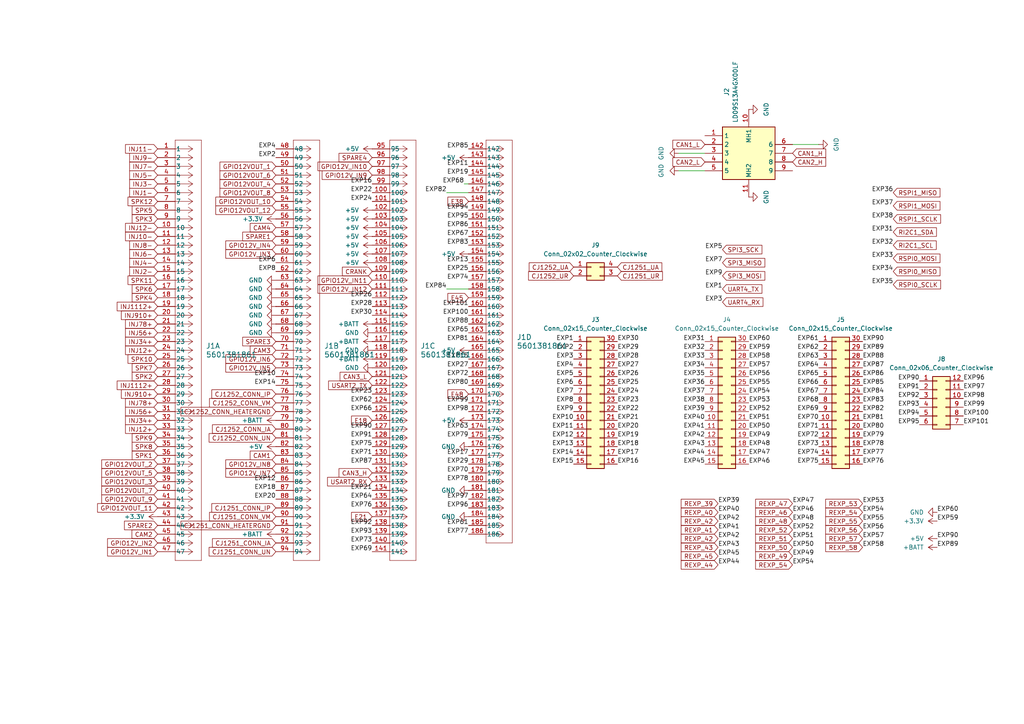
<source format=kicad_sch>
(kicad_sch (version 20250114) (generator "eeschema") (generator_version "9.0")
  (paper "A4")
  (lib_symbols
    (symbol "Connector_Generic:Conn_02x02_Counter_Clockwise" (pin_names (offset 1.016) (hide yes))
      (property "Reference" "J" (at 1.27 2.54 0))
      (property "Value" "Conn_02x02_Counter_Clockwise" (at 1.27 -5.08 0))
      (symbol "Conn_02x02_Counter_Clockwise_1_1"
        (pin passive line (at -5.08 0 0) (length 3.81) (name "Pin_1") (number "1"))
        (pin passive line (at -5.08 -2.54 0) (length 3.81) (name "Pin_2") (number "2"))
        (pin passive line (at 7.62 0 180) (length 3.81) (name "Pin_4") (number "4"))
        (pin passive line (at 7.62 -2.54 180) (length 3.81) (name "Pin_3") (number "3"))
      )
    )
    (symbol "Connector_Generic:Conn_02x06_Counter_Clockwise" (pin_names (offset 1.016) (hide yes))
      (property "Reference" "J" (at 1.27 7.62 0))
      (property "Value" "Conn_02x06_Counter_Clockwise" (at 1.27 -10.16 0))
      (symbol "Conn_02x06_Counter_Clockwise_1_1"
        (pin passive line (at -5.08 5.08 0) (length 3.81) (name "Pin_1") (number "1"))
        (pin passive line (at -5.08 2.54 0) (length 3.81) (name "Pin_2") (number "2"))
        (pin passive line (at -5.08 0 0) (length 3.81) (name "Pin_3") (number "3"))
        (pin passive line (at -5.08 -2.54 0) (length 3.81) (name "Pin_4") (number "4"))
        (pin passive line (at -5.08 -5.08 0) (length 3.81) (name "Pin_5") (number "5"))
        (pin passive line (at -5.08 -7.62 0) (length 3.81) (name "Pin_6") (number "6"))
        (pin passive line (at 7.62 5.08 180) (length 3.81) (name "Pin_12") (number "12"))
        (pin passive line (at 7.62 2.54 180) (length 3.81) (name "Pin_11") (number "11"))
        (pin passive line (at 7.62 0 180) (length 3.81) (name "Pin_10") (number "10"))
        (pin passive line (at 7.62 -2.54 180) (length 3.81) (name "Pin_9") (number "9"))
        (pin passive line (at 7.62 -5.08 180) (length 3.81) (name "Pin_8") (number "8"))
        (pin passive line (at 7.62 -7.62 180) (length 3.81) (name "Pin_7") (number "7"))
      )
    )
    (symbol "Connector_Generic:Conn_02x15_Counter_Clockwise" (pin_names (offset 1.016) (hide yes))
      (property "Reference" "J" (at 1.27 20.32 0))
      (property "Value" "Conn_02x15_Counter_Clockwise" (at 1.27 -20.32 0))
      (symbol "Conn_02x15_Counter_Clockwise_1_1"
        (pin passive line (at -5.08 17.78 0) (length 3.81) (name "Pin_1") (number "1"))
        (pin passive line (at -5.08 15.24 0) (length 3.81) (name "Pin_2") (number "2"))
        (pin passive line (at -5.08 12.7 0) (length 3.81) (name "Pin_3") (number "3"))
        (pin passive line (at -5.08 10.16 0) (length 3.81) (name "Pin_4") (number "4"))
        (pin passive line (at -5.08 7.62 0) (length 3.81) (name "Pin_5") (number "5"))
        (pin passive line (at -5.08 5.08 0) (length 3.81) (name "Pin_6") (number "6"))
        (pin passive line (at -5.08 2.54 0) (length 3.81) (name "Pin_7") (number "7"))
        (pin passive line (at -5.08 0 0) (length 3.81) (name "Pin_8") (number "8"))
        (pin passive line (at -5.08 -2.54 0) (length 3.81) (name "Pin_9") (number "9"))
        (pin passive line (at -5.08 -5.08 0) (length 3.81) (name "Pin_10") (number "10"))
        (pin passive line (at -5.08 -7.62 0) (length 3.81) (name "Pin_11") (number "11"))
        (pin passive line (at -5.08 -10.16 0) (length 3.81) (name "Pin_12") (number "12"))
        (pin passive line (at -5.08 -12.7 0) (length 3.81) (name "Pin_13") (number "13"))
        (pin passive line (at -5.08 -15.24 0) (length 3.81) (name "Pin_14") (number "14"))
        (pin passive line (at -5.08 -17.78 0) (length 3.81) (name "Pin_15") (number "15"))
        (pin passive line (at 7.62 17.78 180) (length 3.81) (name "Pin_30") (number "30"))
        (pin passive line (at 7.62 15.24 180) (length 3.81) (name "Pin_29") (number "29"))
        (pin passive line (at 7.62 12.7 180) (length 3.81) (name "Pin_28") (number "28"))
        (pin passive line (at 7.62 10.16 180) (length 3.81) (name "Pin_27") (number "27"))
        (pin passive line (at 7.62 7.62 180) (length 3.81) (name "Pin_26") (number "26"))
        (pin passive line (at 7.62 5.08 180) (length 3.81) (name "Pin_25") (number "25"))
        (pin passive line (at 7.62 2.54 180) (length 3.81) (name "Pin_24") (number "24"))
        (pin passive line (at 7.62 0 180) (length 3.81) (name "Pin_23") (number "23"))
        (pin passive line (at 7.62 -2.54 180) (length 3.81) (name "Pin_22") (number "22"))
        (pin passive line (at 7.62 -5.08 180) (length 3.81) (name "Pin_21") (number "21"))
        (pin passive line (at 7.62 -7.62 180) (length 3.81) (name "Pin_20") (number "20"))
        (pin passive line (at 7.62 -10.16 180) (length 3.81) (name "Pin_19") (number "19"))
        (pin passive line (at 7.62 -12.7 180) (length 3.81) (name "Pin_18") (number "18"))
        (pin passive line (at 7.62 -15.24 180) (length 3.81) (name "Pin_17") (number "17"))
        (pin passive line (at 7.62 -17.78 180) (length 3.81) (name "Pin_16") (number "16"))
      )
    )
    (symbol "iota:5601381861" (pin_names (offset 0.254))
      (property "Reference" "J" (at 8.89 6.35 0))
      (property "Value" "5601381861" (at 0 0 0))
      (symbol "5601381861_1_1"
        (pin unspecified line (at 0 0 0) (length 5.08) (name "1") (number "1"))
        (pin unspecified line (at 0 -2.54 0) (length 5.08) (name "2") (number "2"))
        (pin unspecified line (at 0 -5.08 0) (length 5.08) (name "3") (number "3"))
        (pin unspecified line (at 0 -7.62 0) (length 5.08) (name "4") (number "4"))
        (pin unspecified line (at 0 -10.16 0) (length 5.08) (name "5") (number "5"))
        (pin unspecified line (at 0 -12.7 0) (length 5.08) (name "6") (number "6"))
        (pin unspecified line (at 0 -15.24 0) (length 5.08) (name "7") (number "7"))
        (pin unspecified line (at 0 -17.78 0) (length 5.08) (name "8") (number "8"))
        (pin unspecified line (at 0 -20.32 0) (length 5.08) (name "9") (number "9"))
        (pin unspecified line (at 0 -22.86 0) (length 5.08) (name "10") (number "10"))
        (pin unspecified line (at 0 -25.4 0) (length 5.08) (name "11") (number "11"))
        (pin unspecified line (at 0 -27.94 0) (length 5.08) (name "12") (number "12"))
        (pin unspecified line (at 0 -30.48 0) (length 5.08) (name "13") (number "13"))
        (pin unspecified line (at 0 -33.02 0) (length 5.08) (name "14") (number "14"))
        (pin unspecified line (at 0 -35.56 0) (length 5.08) (name "15") (number "15"))
        (pin unspecified line (at 0 -38.1 0) (length 5.08) (name "16") (number "16"))
        (pin unspecified line (at 0 -40.64 0) (length 5.08) (name "17") (number "17"))
        (pin unspecified line (at 0 -43.18 0) (length 5.08) (name "18") (number "18"))
        (pin unspecified line (at 0 -45.72 0) (length 5.08) (name "19") (number "19"))
        (pin unspecified line (at 0 -48.26 0) (length 5.08) (name "20") (number "20"))
        (pin unspecified line (at 0 -50.8 0) (length 5.08) (name "21") (number "21"))
        (pin unspecified line (at 0 -53.34 0) (length 5.08) (name "22") (number "22"))
        (pin unspecified line (at 0 -55.88 0) (length 5.08) (name "23") (number "23"))
        (pin unspecified line (at 0 -58.42 0) (length 5.08) (name "24") (number "24"))
        (pin unspecified line (at 0 -60.96 0) (length 5.08) (name "25") (number "25"))
        (pin unspecified line (at 0 -63.5 0) (length 5.08) (name "26") (number "26"))
        (pin unspecified line (at 0 -66.04 0) (length 5.08) (name "27") (number "27"))
        (pin unspecified line (at 0 -68.58 0) (length 5.08) (name "28") (number "28"))
        (pin unspecified line (at 0 -71.12 0) (length 5.08) (name "29") (number "29"))
        (pin unspecified line (at 0 -73.66 0) (length 5.08) (name "30") (number "30"))
        (pin unspecified line (at 0 -76.2 0) (length 5.08) (name "31") (number "31"))
        (pin unspecified line (at 0 -78.74 0) (length 5.08) (name "32") (number "32"))
        (pin unspecified line (at 0 -81.28 0) (length 5.08) (name "33") (number "33"))
        (pin unspecified line (at 0 -83.82 0) (length 5.08) (name "34") (number "34"))
        (pin unspecified line (at 0 -86.36 0) (length 5.08) (name "35") (number "35"))
        (pin unspecified line (at 0 -88.9 0) (length 5.08) (name "36") (number "36"))
        (pin unspecified line (at 0 -91.44 0) (length 5.08) (name "37") (number "37"))
        (pin unspecified line (at 0 -93.98 0) (length 5.08) (name "38") (number "38"))
        (pin unspecified line (at 0 -96.52 0) (length 5.08) (name "39") (number "39"))
        (pin unspecified line (at 0 -99.06 0) (length 5.08) (name "40") (number "40"))
        (pin unspecified line (at 0 -101.6 0) (length 5.08) (name "41") (number "41"))
        (pin unspecified line (at 0 -104.14 0) (length 5.08) (name "42") (number "42"))
        (pin unspecified line (at 0 -106.68 0) (length 5.08) (name "43") (number "43"))
        (pin unspecified line (at 0 -109.22 0) (length 5.08) (name "44") (number "44"))
        (pin unspecified line (at 0 -111.76 0) (length 5.08) (name "45") (number "45"))
        (pin unspecified line (at 0 -114.3 0) (length 5.08) (name "46") (number "46"))
        (pin unspecified line (at 0 -116.84 0) (length 5.08) (name "47") (number "47"))
      )
      (symbol "5601381861_1_2"
        (pin unspecified line (at 0 0 0) (length 5.08) (name "1") (number "1"))
        (pin unspecified line (at 0 -2.54 0) (length 5.08) (name "2") (number "2"))
        (pin unspecified line (at 0 -5.08 0) (length 5.08) (name "3") (number "3"))
        (pin unspecified line (at 0 -7.62 0) (length 5.08) (name "4") (number "4"))
        (pin unspecified line (at 0 -10.16 0) (length 5.08) (name "5") (number "5"))
        (pin unspecified line (at 0 -12.7 0) (length 5.08) (name "6") (number "6"))
        (pin unspecified line (at 0 -15.24 0) (length 5.08) (name "7") (number "7"))
        (pin unspecified line (at 0 -17.78 0) (length 5.08) (name "8") (number "8"))
        (pin unspecified line (at 0 -20.32 0) (length 5.08) (name "9") (number "9"))
        (pin unspecified line (at 0 -22.86 0) (length 5.08) (name "10") (number "10"))
        (pin unspecified line (at 0 -25.4 0) (length 5.08) (name "11") (number "11"))
        (pin unspecified line (at 0 -27.94 0) (length 5.08) (name "12") (number "12"))
        (pin unspecified line (at 0 -30.48 0) (length 5.08) (name "13") (number "13"))
        (pin unspecified line (at 0 -33.02 0) (length 5.08) (name "14") (number "14"))
        (pin unspecified line (at 0 -35.56 0) (length 5.08) (name "15") (number "15"))
        (pin unspecified line (at 0 -38.1 0) (length 5.08) (name "16") (number "16"))
        (pin unspecified line (at 0 -40.64 0) (length 5.08) (name "17") (number "17"))
        (pin unspecified line (at 0 -43.18 0) (length 5.08) (name "18") (number "18"))
        (pin unspecified line (at 0 -45.72 0) (length 5.08) (name "19") (number "19"))
        (pin unspecified line (at 0 -48.26 0) (length 5.08) (name "20") (number "20"))
        (pin unspecified line (at 0 -50.8 0) (length 5.08) (name "21") (number "21"))
        (pin unspecified line (at 0 -53.34 0) (length 5.08) (name "22") (number "22"))
        (pin unspecified line (at 0 -55.88 0) (length 5.08) (name "23") (number "23"))
        (pin unspecified line (at 0 -58.42 0) (length 5.08) (name "24") (number "24"))
        (pin unspecified line (at 0 -60.96 0) (length 5.08) (name "25") (number "25"))
        (pin unspecified line (at 0 -63.5 0) (length 5.08) (name "26") (number "26"))
        (pin unspecified line (at 0 -66.04 0) (length 5.08) (name "27") (number "27"))
        (pin unspecified line (at 0 -68.58 0) (length 5.08) (name "28") (number "28"))
        (pin unspecified line (at 0 -71.12 0) (length 5.08) (name "29") (number "29"))
        (pin unspecified line (at 0 -73.66 0) (length 5.08) (name "30") (number "30"))
        (pin unspecified line (at 0 -76.2 0) (length 5.08) (name "31") (number "31"))
        (pin unspecified line (at 0 -78.74 0) (length 5.08) (name "32") (number "32"))
        (pin unspecified line (at 0 -81.28 0) (length 5.08) (name "33") (number "33"))
        (pin unspecified line (at 0 -83.82 0) (length 5.08) (name "34") (number "34"))
        (pin unspecified line (at 0 -86.36 0) (length 5.08) (name "35") (number "35"))
        (pin unspecified line (at 0 -88.9 0) (length 5.08) (name "36") (number "36"))
        (pin unspecified line (at 0 -91.44 0) (length 5.08) (name "37") (number "37"))
        (pin unspecified line (at 0 -93.98 0) (length 5.08) (name "38") (number "38"))
        (pin unspecified line (at 0 -96.52 0) (length 5.08) (name "39") (number "39"))
        (pin unspecified line (at 0 -99.06 0) (length 5.08) (name "40") (number "40"))
        (pin unspecified line (at 0 -101.6 0) (length 5.08) (name "41") (number "41"))
        (pin unspecified line (at 0 -104.14 0) (length 5.08) (name "42") (number "42"))
        (pin unspecified line (at 0 -106.68 0) (length 5.08) (name "43") (number "43"))
        (pin unspecified line (at 0 -109.22 0) (length 5.08) (name "44") (number "44"))
        (pin unspecified line (at 0 -111.76 0) (length 5.08) (name "45") (number "45"))
        (pin unspecified line (at 0 -114.3 0) (length 5.08) (name "46") (number "46"))
        (pin unspecified line (at 0 -116.84 0) (length 5.08) (name "47") (number "47"))
      )
      (symbol "5601381861_2_1"
        (pin unspecified line (at 0 0 0) (length 5.08) (name "48") (number "48"))
        (pin unspecified line (at 0 -2.54 0) (length 5.08) (name "49") (number "49"))
        (pin unspecified line (at 0 -5.08 0) (length 5.08) (name "50") (number "50"))
        (pin unspecified line (at 0 -7.62 0) (length 5.08) (name "51") (number "51"))
        (pin unspecified line (at 0 -10.16 0) (length 5.08) (name "52") (number "52"))
        (pin unspecified line (at 0 -12.7 0) (length 5.08) (name "53") (number "53"))
        (pin unspecified line (at 0 -15.24 0) (length 5.08) (name "54") (number "54"))
        (pin unspecified line (at 0 -17.78 0) (length 5.08) (name "55") (number "55"))
        (pin unspecified line (at 0 -20.32 0) (length 5.08) (name "56") (number "56"))
        (pin unspecified line (at 0 -22.86 0) (length 5.08) (name "57") (number "57"))
        (pin unspecified line (at 0 -25.4 0) (length 5.08) (name "58") (number "58"))
        (pin unspecified line (at 0 -27.94 0) (length 5.08) (name "59") (number "59"))
        (pin unspecified line (at 0 -30.48 0) (length 5.08) (name "60") (number "60"))
        (pin unspecified line (at 0 -33.02 0) (length 5.08) (name "61") (number "61"))
        (pin unspecified line (at 0 -35.56 0) (length 5.08) (name "62") (number "62"))
        (pin unspecified line (at 0 -38.1 0) (length 5.08) (name "63") (number "63"))
        (pin unspecified line (at 0 -40.64 0) (length 5.08) (name "64") (number "64"))
        (pin unspecified line (at 0 -43.18 0) (length 5.08) (name "65") (number "65"))
        (pin unspecified line (at 0 -45.72 0) (length 5.08) (name "66") (number "66"))
        (pin unspecified line (at 0 -48.26 0) (length 5.08) (name "67") (number "67"))
        (pin unspecified line (at 0 -50.8 0) (length 5.08) (name "68") (number "68"))
        (pin unspecified line (at 0 -53.34 0) (length 5.08) (name "69") (number "69"))
        (pin unspecified line (at 0 -55.88 0) (length 5.08) (name "70") (number "70"))
        (pin unspecified line (at 0 -58.42 0) (length 5.08) (name "71") (number "71"))
        (pin unspecified line (at 0 -60.96 0) (length 5.08) (name "72") (number "72"))
        (pin unspecified line (at 0 -63.5 0) (length 5.08) (name "73") (number "73"))
        (pin unspecified line (at 0 -66.04 0) (length 5.08) (name "74") (number "74"))
        (pin unspecified line (at 0 -68.58 0) (length 5.08) (name "75") (number "75"))
        (pin unspecified line (at 0 -71.12 0) (length 5.08) (name "76") (number "76"))
        (pin unspecified line (at 0 -73.66 0) (length 5.08) (name "77") (number "77"))
        (pin unspecified line (at 0 -76.2 0) (length 5.08) (name "78") (number "78"))
        (pin unspecified line (at 0 -78.74 0) (length 5.08) (name "79") (number "79"))
        (pin unspecified line (at 0 -81.28 0) (length 5.08) (name "80") (number "80"))
        (pin unspecified line (at 0 -83.82 0) (length 5.08) (name "81") (number "81"))
        (pin unspecified line (at 0 -86.36 0) (length 5.08) (name "82") (number "82"))
        (pin unspecified line (at 0 -88.9 0) (length 5.08) (name "83") (number "83"))
        (pin unspecified line (at 0 -91.44 0) (length 5.08) (name "84") (number "84"))
        (pin unspecified line (at 0 -93.98 0) (length 5.08) (name "85") (number "85"))
        (pin unspecified line (at 0 -96.52 0) (length 5.08) (name "86") (number "86"))
        (pin unspecified line (at 0 -99.06 0) (length 5.08) (name "87") (number "87"))
        (pin unspecified line (at 0 -101.6 0) (length 5.08) (name "88") (number "88"))
        (pin unspecified line (at 0 -104.14 0) (length 5.08) (name "89") (number "89"))
        (pin unspecified line (at 0 -106.68 0) (length 5.08) (name "90") (number "90"))
        (pin unspecified line (at 0 -109.22 0) (length 5.08) (name "91") (number "91"))
        (pin unspecified line (at 0 -111.76 0) (length 5.08) (name "92") (number "92"))
        (pin unspecified line (at 0 -114.3 0) (length 5.08) (name "93") (number "93"))
        (pin unspecified line (at 0 -116.84 0) (length 5.08) (name "94") (number "94"))
      )
      (symbol "5601381861_2_2"
        (pin unspecified line (at 0 0 0) (length 5.08) (name "48") (number "48"))
        (pin unspecified line (at 0 -2.54 0) (length 5.08) (name "49") (number "49"))
        (pin unspecified line (at 0 -5.08 0) (length 5.08) (name "50") (number "50"))
        (pin unspecified line (at 0 -7.62 0) (length 5.08) (name "51") (number "51"))
        (pin unspecified line (at 0 -10.16 0) (length 5.08) (name "52") (number "52"))
        (pin unspecified line (at 0 -12.7 0) (length 5.08) (name "53") (number "53"))
        (pin unspecified line (at 0 -15.24 0) (length 5.08) (name "54") (number "54"))
        (pin unspecified line (at 0 -17.78 0) (length 5.08) (name "55") (number "55"))
        (pin unspecified line (at 0 -20.32 0) (length 5.08) (name "56") (number "56"))
        (pin unspecified line (at 0 -22.86 0) (length 5.08) (name "57") (number "57"))
        (pin unspecified line (at 0 -25.4 0) (length 5.08) (name "58") (number "58"))
        (pin unspecified line (at 0 -27.94 0) (length 5.08) (name "59") (number "59"))
        (pin unspecified line (at 0 -30.48 0) (length 5.08) (name "60") (number "60"))
        (pin unspecified line (at 0 -33.02 0) (length 5.08) (name "61") (number "61"))
        (pin unspecified line (at 0 -35.56 0) (length 5.08) (name "62") (number "62"))
        (pin unspecified line (at 0 -38.1 0) (length 5.08) (name "63") (number "63"))
        (pin unspecified line (at 0 -40.64 0) (length 5.08) (name "64") (number "64"))
        (pin unspecified line (at 0 -43.18 0) (length 5.08) (name "65") (number "65"))
        (pin unspecified line (at 0 -45.72 0) (length 5.08) (name "66") (number "66"))
        (pin unspecified line (at 0 -48.26 0) (length 5.08) (name "67") (number "67"))
        (pin unspecified line (at 0 -50.8 0) (length 5.08) (name "68") (number "68"))
        (pin unspecified line (at 0 -53.34 0) (length 5.08) (name "69") (number "69"))
        (pin unspecified line (at 0 -55.88 0) (length 5.08) (name "70") (number "70"))
        (pin unspecified line (at 0 -58.42 0) (length 5.08) (name "71") (number "71"))
        (pin unspecified line (at 0 -60.96 0) (length 5.08) (name "72") (number "72"))
        (pin unspecified line (at 0 -63.5 0) (length 5.08) (name "73") (number "73"))
        (pin unspecified line (at 0 -66.04 0) (length 5.08) (name "74") (number "74"))
        (pin unspecified line (at 0 -68.58 0) (length 5.08) (name "75") (number "75"))
        (pin unspecified line (at 0 -71.12 0) (length 5.08) (name "76") (number "76"))
        (pin unspecified line (at 0 -73.66 0) (length 5.08) (name "77") (number "77"))
        (pin unspecified line (at 0 -76.2 0) (length 5.08) (name "78") (number "78"))
        (pin unspecified line (at 0 -78.74 0) (length 5.08) (name "79") (number "79"))
        (pin unspecified line (at 0 -81.28 0) (length 5.08) (name "80") (number "80"))
        (pin unspecified line (at 0 -83.82 0) (length 5.08) (name "81") (number "81"))
        (pin unspecified line (at 0 -86.36 0) (length 5.08) (name "82") (number "82"))
        (pin unspecified line (at 0 -88.9 0) (length 5.08) (name "83") (number "83"))
        (pin unspecified line (at 0 -91.44 0) (length 5.08) (name "84") (number "84"))
        (pin unspecified line (at 0 -93.98 0) (length 5.08) (name "85") (number "85"))
        (pin unspecified line (at 0 -96.52 0) (length 5.08) (name "86") (number "86"))
        (pin unspecified line (at 0 -99.06 0) (length 5.08) (name "87") (number "87"))
        (pin unspecified line (at 0 -101.6 0) (length 5.08) (name "88") (number "88"))
        (pin unspecified line (at 0 -104.14 0) (length 5.08) (name "89") (number "89"))
        (pin unspecified line (at 0 -106.68 0) (length 5.08) (name "90") (number "90"))
        (pin unspecified line (at 0 -109.22 0) (length 5.08) (name "91") (number "91"))
        (pin unspecified line (at 0 -111.76 0) (length 5.08) (name "92") (number "92"))
        (pin unspecified line (at 0 -114.3 0) (length 5.08) (name "93") (number "93"))
        (pin unspecified line (at 0 -116.84 0) (length 5.08) (name "94") (number "94"))
      )
      (symbol "5601381861_3_1"
        (pin unspecified line (at 0 0 0) (length 5.08) (name "95") (number "95"))
        (pin unspecified line (at 0 -2.54 0) (length 5.08) (name "96") (number "96"))
        (pin unspecified line (at 0 -5.08 0) (length 5.08) (name "97") (number "97"))
        (pin unspecified line (at 0 -7.62 0) (length 5.08) (name "98") (number "98"))
        (pin unspecified line (at 0 -10.16 0) (length 5.08) (name "99") (number "99"))
        (pin unspecified line (at 0 -12.7 0) (length 5.08) (name "100") (number "100"))
        (pin unspecified line (at 0 -15.24 0) (length 5.08) (name "101") (number "101"))
        (pin unspecified line (at 0 -17.78 0) (length 5.08) (name "102") (number "102"))
        (pin unspecified line (at 0 -20.32 0) (length 5.08) (name "103") (number "103"))
        (pin unspecified line (at 0 -22.86 0) (length 5.08) (name "104") (number "104"))
        (pin unspecified line (at 0 -25.4 0) (length 5.08) (name "105") (number "105"))
        (pin unspecified line (at 0 -27.94 0) (length 5.08) (name "106") (number "106"))
        (pin unspecified line (at 0 -30.48 0) (length 5.08) (name "107") (number "107"))
        (pin unspecified line (at 0 -33.02 0) (length 5.08) (name "108") (number "108"))
        (pin unspecified line (at 0 -35.56 0) (length 5.08) (name "109") (number "109"))
        (pin unspecified line (at 0 -38.1 0) (length 5.08) (name "110") (number "110"))
        (pin unspecified line (at 0 -40.64 0) (length 5.08) (name "111") (number "111"))
        (pin unspecified line (at 0 -43.18 0) (length 5.08) (name "112") (number "112"))
        (pin unspecified line (at 0 -45.72 0) (length 5.08) (name "113") (number "113"))
        (pin unspecified line (at 0 -48.26 0) (length 5.08) (name "114") (number "114"))
        (pin unspecified line (at 0 -50.8 0) (length 5.08) (name "115") (number "115"))
        (pin unspecified line (at 0 -53.34 0) (length 5.08) (name "116") (number "116"))
        (pin unspecified line (at 0 -55.88 0) (length 5.08) (name "117") (number "117"))
        (pin unspecified line (at 0 -58.42 0) (length 5.08) (name "118") (number "118"))
        (pin unspecified line (at 0 -60.96 0) (length 5.08) (name "119") (number "119"))
        (pin unspecified line (at 0 -63.5 0) (length 5.08) (name "120") (number "120"))
        (pin unspecified line (at 0 -66.04 0) (length 5.08) (name "121") (number "121"))
        (pin unspecified line (at 0 -68.58 0) (length 5.08) (name "122") (number "122"))
        (pin unspecified line (at 0 -71.12 0) (length 5.08) (name "123") (number "123"))
        (pin unspecified line (at 0 -73.66 0) (length 5.08) (name "124") (number "124"))
        (pin unspecified line (at 0 -76.2 0) (length 5.08) (name "125") (number "125"))
        (pin unspecified line (at 0 -78.74 0) (length 5.08) (name "126") (number "126"))
        (pin unspecified line (at 0 -81.28 0) (length 5.08) (name "127") (number "127"))
        (pin unspecified line (at 0 -83.82 0) (length 5.08) (name "128") (number "128"))
        (pin unspecified line (at 0 -86.36 0) (length 5.08) (name "129") (number "129"))
        (pin unspecified line (at 0 -88.9 0) (length 5.08) (name "130") (number "130"))
        (pin unspecified line (at 0 -91.44 0) (length 5.08) (name "131") (number "131"))
        (pin unspecified line (at 0 -93.98 0) (length 5.08) (name "132") (number "132"))
        (pin unspecified line (at 0 -96.52 0) (length 5.08) (name "133") (number "133"))
        (pin unspecified line (at 0 -99.06 0) (length 5.08) (name "134") (number "134"))
        (pin unspecified line (at 0 -101.6 0) (length 5.08) (name "135") (number "135"))
        (pin unspecified line (at 0 -104.14 0) (length 5.08) (name "136") (number "136"))
        (pin unspecified line (at 0 -106.68 0) (length 5.08) (name "137") (number "137"))
        (pin unspecified line (at 0 -109.22 0) (length 5.08) (name "138") (number "138"))
        (pin unspecified line (at 0 -111.76 0) (length 5.08) (name "139") (number "139"))
        (pin unspecified line (at 0 -114.3 0) (length 5.08) (name "140") (number "140"))
        (pin unspecified line (at 0 -116.84 0) (length 5.08) (name "141") (number "141"))
      )
      (symbol "5601381861_3_2"
        (pin unspecified line (at 0 0 0) (length 5.08) (name "95") (number "95"))
        (pin unspecified line (at 0 -2.54 0) (length 5.08) (name "96") (number "96"))
        (pin unspecified line (at 0 -5.08 0) (length 5.08) (name "97") (number "97"))
        (pin unspecified line (at 0 -7.62 0) (length 5.08) (name "98") (number "98"))
        (pin unspecified line (at 0 -10.16 0) (length 5.08) (name "99") (number "99"))
        (pin unspecified line (at 0 -12.7 0) (length 5.08) (name "100") (number "100"))
        (pin unspecified line (at 0 -15.24 0) (length 5.08) (name "101") (number "101"))
        (pin unspecified line (at 0 -17.78 0) (length 5.08) (name "102") (number "102"))
        (pin unspecified line (at 0 -20.32 0) (length 5.08) (name "103") (number "103"))
        (pin unspecified line (at 0 -22.86 0) (length 5.08) (name "104") (number "104"))
        (pin unspecified line (at 0 -25.4 0) (length 5.08) (name "105") (number "105"))
        (pin unspecified line (at 0 -27.94 0) (length 5.08) (name "106") (number "106"))
        (pin unspecified line (at 0 -30.48 0) (length 5.08) (name "107") (number "107"))
        (pin unspecified line (at 0 -33.02 0) (length 5.08) (name "108") (number "108"))
        (pin unspecified line (at 0 -35.56 0) (length 5.08) (name "109") (number "109"))
        (pin unspecified line (at 0 -38.1 0) (length 5.08) (name "110") (number "110"))
        (pin unspecified line (at 0 -40.64 0) (length 5.08) (name "111") (number "111"))
        (pin unspecified line (at 0 -43.18 0) (length 5.08) (name "112") (number "112"))
        (pin unspecified line (at 0 -45.72 0) (length 5.08) (name "113") (number "113"))
        (pin unspecified line (at 0 -48.26 0) (length 5.08) (name "114") (number "114"))
        (pin unspecified line (at 0 -50.8 0) (length 5.08) (name "115") (number "115"))
        (pin unspecified line (at 0 -53.34 0) (length 5.08) (name "116") (number "116"))
        (pin unspecified line (at 0 -55.88 0) (length 5.08) (name "117") (number "117"))
        (pin unspecified line (at 0 -58.42 0) (length 5.08) (name "118") (number "118"))
        (pin unspecified line (at 0 -60.96 0) (length 5.08) (name "119") (number "119"))
        (pin unspecified line (at 0 -63.5 0) (length 5.08) (name "120") (number "120"))
        (pin unspecified line (at 0 -66.04 0) (length 5.08) (name "121") (number "121"))
        (pin unspecified line (at 0 -68.58 0) (length 5.08) (name "122") (number "122"))
        (pin unspecified line (at 0 -71.12 0) (length 5.08) (name "123") (number "123"))
        (pin unspecified line (at 0 -73.66 0) (length 5.08) (name "124") (number "124"))
        (pin unspecified line (at 0 -76.2 0) (length 5.08) (name "125") (number "125"))
        (pin unspecified line (at 0 -78.74 0) (length 5.08) (name "126") (number "126"))
        (pin unspecified line (at 0 -81.28 0) (length 5.08) (name "127") (number "127"))
        (pin unspecified line (at 0 -83.82 0) (length 5.08) (name "128") (number "128"))
        (pin unspecified line (at 0 -86.36 0) (length 5.08) (name "129") (number "129"))
        (pin unspecified line (at 0 -88.9 0) (length 5.08) (name "130") (number "130"))
        (pin unspecified line (at 0 -91.44 0) (length 5.08) (name "131") (number "131"))
        (pin unspecified line (at 0 -93.98 0) (length 5.08) (name "132") (number "132"))
        (pin unspecified line (at 0 -96.52 0) (length 5.08) (name "133") (number "133"))
        (pin unspecified line (at 0 -99.06 0) (length 5.08) (name "134") (number "134"))
        (pin unspecified line (at 0 -101.6 0) (length 5.08) (name "135") (number "135"))
        (pin unspecified line (at 0 -104.14 0) (length 5.08) (name "136") (number "136"))
        (pin unspecified line (at 0 -106.68 0) (length 5.08) (name "137") (number "137"))
        (pin unspecified line (at 0 -109.22 0) (length 5.08) (name "138") (number "138"))
        (pin unspecified line (at 0 -111.76 0) (length 5.08) (name "139") (number "139"))
        (pin unspecified line (at 0 -114.3 0) (length 5.08) (name "140") (number "140"))
        (pin unspecified line (at 0 -116.84 0) (length 5.08) (name "141") (number "141"))
      )
      (symbol "5601381861_4_1"
        (pin unspecified line (at 0 0 0) (length 5.08) (name "142") (number "142"))
        (pin unspecified line (at 0 -2.54 0) (length 5.08) (name "143") (number "143"))
        (pin unspecified line (at 0 -5.08 0) (length 5.08) (name "144") (number "144"))
        (pin unspecified line (at 0 -7.62 0) (length 5.08) (name "145") (number "145"))
        (pin unspecified line (at 0 -10.16 0) (length 5.08) (name "146") (number "146"))
        (pin unspecified line (at 0 -12.7 0) (length 5.08) (name "147") (number "147"))
        (pin unspecified line (at 0 -15.24 0) (length 5.08) (name "148") (number "148"))
        (pin unspecified line (at 0 -17.78 0) (length 5.08) (name "149") (number "149"))
        (pin unspecified line (at 0 -20.32 0) (length 5.08) (name "150") (number "150"))
        (pin unspecified line (at 0 -22.86 0) (length 5.08) (name "151") (number "151"))
        (pin unspecified line (at 0 -25.4 0) (length 5.08) (name "152") (number "152"))
        (pin unspecified line (at 0 -27.94 0) (length 5.08) (name "153") (number "153"))
        (pin unspecified line (at 0 -30.48 0) (length 5.08) (name "154") (number "154"))
        (pin unspecified line (at 0 -33.02 0) (length 5.08) (name "155") (number "155"))
        (pin unspecified line (at 0 -35.56 0) (length 5.08) (name "156") (number "156"))
        (pin unspecified line (at 0 -38.1 0) (length 5.08) (name "157") (number "157"))
        (pin unspecified line (at 0 -40.64 0) (length 5.08) (name "158") (number "158"))
        (pin unspecified line (at 0 -43.18 0) (length 5.08) (name "159") (number "159"))
        (pin unspecified line (at 0 -45.72 0) (length 5.08) (name "160") (number "160"))
        (pin unspecified line (at 0 -48.26 0) (length 5.08) (name "161") (number "161"))
        (pin unspecified line (at 0 -50.8 0) (length 5.08) (name "162") (number "162"))
        (pin unspecified line (at 0 -53.34 0) (length 5.08) (name "163") (number "163"))
        (pin unspecified line (at 0 -55.88 0) (length 5.08) (name "164") (number "164"))
        (pin unspecified line (at 0 -58.42 0) (length 5.08) (name "165") (number "165"))
        (pin unspecified line (at 0 -60.96 0) (length 5.08) (name "166") (number "166"))
        (pin unspecified line (at 0 -63.5 0) (length 5.08) (name "167") (number "167"))
        (pin unspecified line (at 0 -66.04 0) (length 5.08) (name "168") (number "168"))
        (pin unspecified line (at 0 -68.58 0) (length 5.08) (name "169") (number "169"))
        (pin unspecified line (at 0 -71.12 0) (length 5.08) (name "170") (number "170"))
        (pin unspecified line (at 0 -73.66 0) (length 5.08) (name "171") (number "171"))
        (pin unspecified line (at 0 -76.2 0) (length 5.08) (name "172") (number "172"))
        (pin unspecified line (at 0 -78.74 0) (length 5.08) (name "173") (number "173"))
        (pin unspecified line (at 0 -81.28 0) (length 5.08) (name "174") (number "174"))
        (pin unspecified line (at 0 -83.82 0) (length 5.08) (name "175") (number "175"))
        (pin unspecified line (at 0 -86.36 0) (length 5.08) (name "176") (number "176"))
        (pin unspecified line (at 0 -88.9 0) (length 5.08) (name "177") (number "177"))
        (pin unspecified line (at 0 -91.44 0) (length 5.08) (name "178") (number "178"))
        (pin unspecified line (at 0 -93.98 0) (length 5.08) (name "179") (number "179"))
        (pin unspecified line (at 0 -96.52 0) (length 5.08) (name "180") (number "180"))
        (pin unspecified line (at 0 -99.06 0) (length 5.08) (name "181") (number "181"))
        (pin unspecified line (at 0 -101.6 0) (length 5.08) (name "182") (number "182"))
        (pin unspecified line (at 0 -104.14 0) (length 5.08) (name "183") (number "183"))
        (pin unspecified line (at 0 -106.68 0) (length 5.08) (name "184") (number "184"))
        (pin unspecified line (at 0 -109.22 0) (length 5.08) (name "185") (number "185"))
        (pin unspecified line (at 0 -111.76 0) (length 5.08) (name "186") (number "186"))
      )
      (symbol "5601381861_4_2"
        (pin unspecified line (at 0 0 0) (length 5.08) (name "142") (number "142"))
        (pin unspecified line (at 0 -2.54 0) (length 5.08) (name "143") (number "143"))
        (pin unspecified line (at 0 -5.08 0) (length 5.08) (name "144") (number "144"))
        (pin unspecified line (at 0 -7.62 0) (length 5.08) (name "145") (number "145"))
        (pin unspecified line (at 0 -10.16 0) (length 5.08) (name "146") (number "146"))
        (pin unspecified line (at 0 -12.7 0) (length 5.08) (name "147") (number "147"))
        (pin unspecified line (at 0 -15.24 0) (length 5.08) (name "148") (number "148"))
        (pin unspecified line (at 0 -17.78 0) (length 5.08) (name "149") (number "149"))
        (pin unspecified line (at 0 -20.32 0) (length 5.08) (name "150") (number "150"))
        (pin unspecified line (at 0 -22.86 0) (length 5.08) (name "151") (number "151"))
        (pin unspecified line (at 0 -25.4 0) (length 5.08) (name "152") (number "152"))
        (pin unspecified line (at 0 -27.94 0) (length 5.08) (name "153") (number "153"))
        (pin unspecified line (at 0 -30.48 0) (length 5.08) (name "154") (number "154"))
        (pin unspecified line (at 0 -33.02 0) (length 5.08) (name "155") (number "155"))
        (pin unspecified line (at 0 -35.56 0) (length 5.08) (name "156") (number "156"))
        (pin unspecified line (at 0 -38.1 0) (length 5.08) (name "157") (number "157"))
        (pin unspecified line (at 0 -40.64 0) (length 5.08) (name "158") (number "158"))
        (pin unspecified line (at 0 -43.18 0) (length 5.08) (name "159") (number "159"))
        (pin unspecified line (at 0 -45.72 0) (length 5.08) (name "160") (number "160"))
        (pin unspecified line (at 0 -48.26 0) (length 5.08) (name "161") (number "161"))
        (pin unspecified line (at 0 -50.8 0) (length 5.08) (name "162") (number "162"))
        (pin unspecified line (at 0 -53.34 0) (length 5.08) (name "163") (number "163"))
        (pin unspecified line (at 0 -55.88 0) (length 5.08) (name "164") (number "164"))
        (pin unspecified line (at 0 -58.42 0) (length 5.08) (name "165") (number "165"))
        (pin unspecified line (at 0 -60.96 0) (length 5.08) (name "166") (number "166"))
        (pin unspecified line (at 0 -63.5 0) (length 5.08) (name "167") (number "167"))
        (pin unspecified line (at 0 -66.04 0) (length 5.08) (name "168") (number "168"))
        (pin unspecified line (at 0 -68.58 0) (length 5.08) (name "169") (number "169"))
        (pin unspecified line (at 0 -71.12 0) (length 5.08) (name "170") (number "170"))
        (pin unspecified line (at 0 -73.66 0) (length 5.08) (name "171") (number "171"))
        (pin unspecified line (at 0 -76.2 0) (length 5.08) (name "172") (number "172"))
        (pin unspecified line (at 0 -78.74 0) (length 5.08) (name "173") (number "173"))
        (pin unspecified line (at 0 -81.28 0) (length 5.08) (name "174") (number "174"))
        (pin unspecified line (at 0 -83.82 0) (length 5.08) (name "175") (number "175"))
        (pin unspecified line (at 0 -86.36 0) (length 5.08) (name "176") (number "176"))
        (pin unspecified line (at 0 -88.9 0) (length 5.08) (name "177") (number "177"))
        (pin unspecified line (at 0 -91.44 0) (length 5.08) (name "178") (number "178"))
        (pin unspecified line (at 0 -93.98 0) (length 5.08) (name "179") (number "179"))
        (pin unspecified line (at 0 -96.52 0) (length 5.08) (name "180") (number "180"))
        (pin unspecified line (at 0 -99.06 0) (length 5.08) (name "181") (number "181"))
        (pin unspecified line (at 0 -101.6 0) (length 5.08) (name "182") (number "182"))
        (pin unspecified line (at 0 -104.14 0) (length 5.08) (name "183") (number "183"))
        (pin unspecified line (at 0 -106.68 0) (length 5.08) (name "184") (number "184"))
        (pin unspecified line (at 0 -109.22 0) (length 5.08) (name "185") (number "185"))
        (pin unspecified line (at 0 -111.76 0) (length 5.08) (name "186") (number "186"))
      )
    )
    (symbol "iota:LD09S13A4GX00LF"
      (property "Reference" "J" (at 21.59 12.7 0))
      (property "Value" "LD09S13A4GX00LF" (at 21.59 10.16 0))
      (symbol "LD09S13A4GX00LF_1_1"
        (pin passive line (at 0 0 0) (length 5.08) (name "MH2") (number "11"))
        (pin passive line (at 7.62 12.7 270) (length 5.08) (name "5") (number "5"))
        (pin passive line (at 7.62 -12.7 90) (length 5.08) (name "9") (number "9"))
        (pin passive line (at 10.16 12.7 270) (length 5.08) (name "4") (number "4"))
        (pin passive line (at 10.16 -12.7 90) (length 5.08) (name "8") (number "8"))
        (pin passive line (at 12.7 12.7 270) (length 5.08) (name "3") (number "3"))
        (pin passive line (at 12.7 -12.7 90) (length 5.08) (name "7") (number "7"))
        (pin passive line (at 15.24 12.7 270) (length 5.08) (name "2") (number "2"))
        (pin passive line (at 15.24 -12.7 90) (length 5.08) (name "6") (number "6"))
        (pin passive line (at 17.78 12.7 270) (length 5.08) (name "1") (number "1"))
        (pin passive line (at 25.4 0 180) (length 5.08) (name "MH1") (number "10"))
      )
    )
    (symbol "power:+3.3V" (power) (pin_numbers (hide yes)) (pin_names (offset 0) (hide yes))
      (property "Value" "+3.3V" (at 0 3.556 0))
      (symbol "+3.3V_1_1"
        (pin power_in line (at 0 0 90) (length 0) (name "~") (number "1"))
      )
    )
    (symbol "power:+5V" (power) (pin_numbers (hide yes)) (pin_names (offset 0) (hide yes))
      (property "Value" "+5V" (at 0 3.556 0))
      (symbol "+5V_1_1"
        (pin power_in line (at 0 0 90) (length 0) (name "~") (number "1"))
      )
    )
    (symbol "power:+BATT" (power) (pin_numbers (hide yes)) (pin_names (offset 0) (hide yes))
      (property "Value" "+BATT" (at 0 3.556 0))
      (symbol "+BATT_1_1"
        (pin power_in line (at 0 0 90) (length 0) (name "~") (number "1"))
      )
    )
    (symbol "power:GND" (power) (pin_numbers (hide yes)) (pin_names (offset 0) (hide yes))
      (property "Value" "GND" (at 0 -3.81 0))
      (symbol "GND_1_1"
        (pin power_in line (at 0 0 270) (length 0) (name "~") (number "1"))
      )
    )
  )
  (wire (pts (xy 196.85 44.45) (xy 204.47 44.45)))
  (wire (pts (xy 237.49 41.91) (xy 229.87 41.91)))
  (wire (pts (xy 129.54 55.88) (xy 135.89 55.88)))
  (wire (pts (xy 129.54 83.82) (xy 135.89 83.82)))
  (wire (pts (xy 196.85 49.53) (xy 204.47 49.53)))
  (wire (pts (xy 134.62 53.34) (xy 135.89 53.34)))
  (label "EXP87" (at 250.19 106.68 0))
  (label "EXP65" (at 237.49 109.22 180))
  (label "EXP19" (at 135.89 50.8 180))
  (label "EXP54" (at 250.19 148.59 0))
  (label "EXP57" (at 217.17 106.68 0))
  (label "EXP42" (at 208.28 151.13 0))
  (label "EXP60" (at 271.78 148.59 0))
  (label "EXP3" (at 166.37 104.14 180))
  (label "EXP64" (at 237.49 106.68 180))
  (label "EXP43" (at 208.28 158.75 0))
  (label "EXP86" (at 135.89 66.04 180))
  (label "EXP24" (at 179.07 114.3 0))
  (label "EXP34" (at 259.08 78.74 180))
  (label "EXP89" (at 271.78 158.75 0))
  (label "EXP1" (at 209.55 83.82 180))
  (label "EXP20" (at 80.01 144.78 180))
  (label "EXP31" (at 259.08 67.31 180))
  (label "EXP50" (at 229.87 158.75 0))
  (label "EXP88" (at 250.19 104.14 0))
  (label "EXP20" (at 179.07 124.46 0))
  (label "EXP39" (at 208.28 146.05 0))
  (label "EXP80" (at 135.89 111.76 180))
  (label "EXP65" (at 135.89 96.52 180))
  (label "EXP10" (at 80.01 109.22 180))
  (label "EXP5" (at 209.55 72.39 180))
  (label "EXP68" (at 134.62 53.34 180))
  (label "EXP21" (at 107.95 142.24 180))
  (label "EXP15" (at 166.37 134.62 180))
  (label "EXP48" (at 217.17 129.54 0))
  (label "EXP61" (at 237.49 99.06 180))
  (label "EXP48" (at 229.87 151.13 0))
  (label "EXP16" (at 107.95 53.34 180))
  (label "EXP25" (at 179.07 111.76 0))
  (label "EXP40" (at 204.47 121.92 180))
  (label "EXP69" (at 237.49 119.38 180))
  (label "EXP54" (at 229.87 163.83 0))
  (label "EXP24" (at 107.95 58.42 180))
  (label "EXP22" (at 179.07 119.38 0))
  (label "EXP21" (at 179.07 121.92 0))
  (label "EXP13" (at 135.89 76.2 180))
  (label "EXP51" (at 229.87 156.21 0))
  (label "EXP53" (at 217.17 116.84 0))
  (label "EXP18" (at 80.01 142.24 180))
  (label "EXP69" (at 107.95 160.02 180))
  (label "EXP80" (at 250.19 124.46 0))
  (label "EXP79" (at 135.89 127 180))
  (label "EXP28" (at 179.07 104.14 0))
  (label "EXP95" (at 135.89 63.5 180))
  (label "EXP35" (at 259.08 82.55 180))
  (label "EXP34" (at 204.47 106.68 180))
  (label "EXP41" (at 204.47 124.46 180))
  (label "EXP14" (at 80.01 111.76 180))
  (label "EXP35" (at 204.47 109.22 180))
  (label "EXP74" (at 135.89 81.28 180))
  (label "EXP38" (at 259.08 63.5 180))
  (label "EXP87" (at 107.95 134.62 180))
  (label "EXP78" (at 250.19 129.54 0))
  (label "EXP101" (at 279.4 123.19 0))
  (label "EXP44" (at 204.47 132.08 180))
  (label "EXP99" (at 279.4 118.11 0))
  (label "EXP77" (at 250.19 132.08 0))
  (label "EXP59" (at 217.17 101.6 0))
  (label "EXP82" (at 129.54 55.88 180))
  (label "EXP2" (at 80.01 45.72 180))
  (label "EXP28" (at 107.95 88.9 180))
  (label "EXP77" (at 135.89 154.94 180))
  (label "EXP55" (at 250.19 151.13 0))
  (label "EXP92" (at 107.95 152.4 180))
  (label "EXP101" (at 135.89 88.9 180))
  (label "EXP7" (at 166.37 114.3 180))
  (label "EXP17" (at 179.07 132.08 0))
  (label "EXP75" (at 107.95 129.54 180))
  (label "EXP70" (at 237.49 121.92 180))
  (label "EXP56" (at 217.17 109.22 0))
  (label "EXP72" (at 135.89 109.22 180))
  (label "EXP84" (at 250.19 114.3 0))
  (label "EXP10" (at 166.37 121.92 180))
  (label "EXP23" (at 107.95 114.3 180))
  (label "EXP4" (at 80.01 43.18 180))
  (label "EXP97" (at 279.4 113.03 0))
  (label "EXP66" (at 237.49 111.76 180))
  (label "EXP30" (at 179.07 99.06 0))
  (label "EXP56" (at 250.19 153.67 0))
  (label "EXP99" (at 135.89 116.84 180))
  (label "EXP4" (at 166.37 106.68 180))
  (label "EXP90" (at 107.95 124.46 180))
  (label "EXP58" (at 217.17 104.14 0))
  (label "EXP51" (at 217.17 121.92 0))
  (label "EXP42" (at 208.28 156.21 0))
  (label "EXP45" (at 204.47 134.62 180))
  (label "EXP25" (at 135.89 78.74 180))
  (label "EXP23" (at 179.07 116.84 0))
  (label "EXP94" (at 135.89 60.96 180))
  (label "EXP74" (at 237.49 132.08 180))
  (label "EXP15" (at 135.89 104.14 180))
  (label "EXP83" (at 250.19 116.84 0))
  (label "EXP98" (at 279.4 115.57 0))
  (label "EXP30" (at 107.95 91.44 180))
  (label "EXP18" (at 179.07 129.54 0))
  (label "EXP64" (at 107.95 144.78 180))
  (label "EXP44" (at 208.28 163.83 0))
  (label "EXP58" (at 250.19 158.75 0))
  (label "EXP37" (at 204.47 114.3 180))
  (label "EXP52" (at 217.17 119.38 0))
  (label "EXP32" (at 259.08 71.12 180))
  (label "EXP90" (at 271.78 156.21 0))
  (label "EXP41" (at 208.28 153.67 0))
  (label "EXP94" (at 266.7 120.65 180))
  (label "EXP9" (at 166.37 119.38 180))
  (label "EXP13" (at 166.37 129.54 180))
  (label "EXP47" (at 217.17 132.08 0))
  (label "EXP37" (at 259.08 59.69 180))
  (label "EXP83" (at 135.89 71.12 180))
  (label "EXP98" (at 135.89 119.38 180))
  (label "EXP91" (at 107.95 127 180))
  (label "EXP61" (at 135.89 152.4 180))
  (label "EXP81" (at 250.19 121.92 0))
  (label "EXP75" (at 237.49 134.62 180))
  (label "EXP45" (at 208.28 161.29 0))
  (label "EXP66" (at 107.95 119.38 180))
  (label "EXP78" (at 135.89 139.7 180))
  (label "EXP26" (at 107.95 86.36 180))
  (label "EXP50" (at 217.17 124.46 0))
  (label "EXP8" (at 166.37 116.84 180))
  (label "EXP62" (at 237.49 101.6 180))
  (label "EXP93" (at 266.7 118.11 180))
  (label "EXP81" (at 135.89 99.06 180))
  (label "EXP76" (at 107.95 147.32 180))
  (label "EXP54" (at 217.17 114.3 0))
  (label "EXP71" (at 237.49 124.46 180))
  (label "EXP84" (at 129.54 83.82 180))
  (label "EXP11" (at 166.37 124.46 180))
  (label "EXP27" (at 179.07 106.68 0))
  (label "EXP19" (at 179.07 127 0))
  (label "EXP46" (at 217.17 134.62 0))
  (label "EXP70" (at 135.89 137.16 180))
  (label "EXP67" (at 237.49 114.3 180))
  (label "EXP92" (at 266.7 115.57 180))
  (label "EXP14" (at 166.37 132.08 180))
  (label "EXP43" (at 204.47 129.54 180))
  (label "EXP11" (at 135.89 48.26 180))
  (label "EXP91" (at 266.7 113.03 180))
  (label "EXP39" (at 204.47 119.38 180))
  (label "EXP38" (at 204.47 116.84 180))
  (label "EXP17" (at 135.89 132.08 180))
  (label "EXP57" (at 250.19 156.21 0))
  (label "EXP96" (at 135.89 147.32 180))
  (label "EXP71" (at 107.95 132.08 180))
  (label "EXP68" (at 237.49 116.84 180))
  (label "EXP7" (at 209.55 76.2 180))
  (label "EXP6" (at 80.01 76.2 180))
  (label "EXP29" (at 135.89 134.62 180))
  (label "EXP82" (at 250.19 119.38 0))
  (label "EXP85" (at 135.89 43.18 180))
  (label "EXP100" (at 135.89 91.44 180))
  (label "EXP22" (at 107.95 55.88 180))
  (label "EXP1" (at 166.37 99.06 180))
  (label "EXP29" (at 179.07 101.6 0))
  (label "EXP88" (at 135.89 93.98 180))
  (label "EXP93" (at 107.95 154.94 180))
  (label "EXP16" (at 179.07 134.62 0))
  (label "EXP36" (at 204.47 111.76 180))
  (label "EXP8" (at 80.01 78.74 180))
  (label "EXP26" (at 179.07 109.22 0))
  (label "EXP67" (at 135.89 68.58 180))
  (label "EXP96" (at 279.4 110.49 0))
  (label "EXP72" (at 237.49 127 180))
  (label "EXP31" (at 204.47 99.06 180))
  (label "EXP100" (at 279.4 120.65 0))
  (label "EXP95" (at 266.7 123.19 180))
  (label "EXP79" (at 250.19 127 0))
  (label "EXP85" (at 250.19 111.76 0))
  (label "EXP73" (at 107.95 157.48 180))
  (label "EXP63" (at 237.49 104.14 180))
  (label "EXP62" (at 107.95 116.84 180))
  (label "EXP12" (at 80.01 139.7 180))
  (label "EXP40" (at 208.28 148.59 0))
  (label "EXP73" (at 237.49 129.54 180))
  (label "EXP33" (at 259.08 74.93 180))
  (label "EXP90" (at 250.19 99.06 0))
  (label "EXP90" (at 266.7 110.49 180))
  (label "EXP3" (at 209.55 87.63 180))
  (label "EXP49" (at 217.17 127 0))
  (label "EXP5" (at 166.37 109.22 180))
  (label "EXP52" (at 229.87 153.67 0))
  (label "EXP49" (at 229.87 161.29 0))
  (label "EXP32" (at 204.47 101.6 180))
  (label "EXP46" (at 229.87 148.59 0))
  (label "EXP42" (at 204.47 127 180))
  (label "EXP33" (at 204.47 104.14 180))
  (label "EXP47" (at 229.87 146.05 0))
  (label "EXP6" (at 166.37 111.76 180))
  (label "EXP63" (at 135.89 124.46 180))
  (label "EXP97" (at 135.89 144.78 180))
  (label "EXP2" (at 166.37 101.6 180))
  (label "EXP12" (at 166.37 127 180))
  (label "EXP60" (at 217.17 99.06 0))
  (label "EXP59" (at 271.78 151.13 0))
  (label "EXP27" (at 135.89 106.68 180))
  (label "EXP86" (at 250.19 109.22 0))
  (label "EXP36" (at 259.08 55.88 180))
  (label "EXP9" (at 209.55 80.01 180))
  (label "EXP53" (at 250.19 146.05 0))
  (label "EXP76" (at 250.19 134.62 0))
  (label "EXP55" (at 217.17 111.76 0))
  (label "EXP89" (at 250.19 101.6 0))
  (global_label "SPK11" (shape input) (at 45.72 81.28 180) (property "Intersheetrefs" "${INTERSHEET_REFS}" (effects (hide yes))))
  (global_label "INJ10-" (shape input) (at 45.72 68.58 180) (property "Intersheetrefs" "${INTERSHEET_REFS}" (effects (hide yes))))
  (global_label "SPARE1" (shape input) (at 80.01 68.58 180) (property "Intersheetrefs" "${INTERSHEET_REFS}" (effects (hide yes))))
  (global_label "REXP_58" (shape input) (at 250.19 158.75 180) (property "Intersheetrefs" "${INTERSHEET_REFS}" (effects (hide yes))))
  (global_label "REXP_52" (shape input) (at 229.87 153.67 180) (property "Intersheetrefs" "${INTERSHEET_REFS}" (effects (hide yes))))
  (global_label "REXP_54" (shape input) (at 229.87 163.83 180) (property "Intersheetrefs" "${INTERSHEET_REFS}" (effects (hide yes))))
  (global_label "GPIO12VOUT_4" (shape input) (at 80.01 53.34 180) (property "Intersheetrefs" "${INTERSHEET_REFS}" (effects (hide yes))))
  (global_label "GPIO12V_IN3" (shape input) (at 80.01 73.66 180) (property "Intersheetrefs" "${INTERSHEET_REFS}" (effects (hide yes))))
  (global_label "USART2_TX" (shape input) (at 107.95 111.76 180) (property "Intersheetrefs" "${INTERSHEET_REFS}" (effects (hide yes))))
  (global_label "SPK10" (shape input) (at 45.72 104.14 180) (property "Intersheetrefs" "${INTERSHEET_REFS}" (effects (hide yes))))
  (global_label "SPARE4" (shape input) (at 107.95 45.72 180) (property "Intersheetrefs" "${INTERSHEET_REFS}" (effects (hide yes))))
  (global_label "REXP_50" (shape input) (at 229.87 158.75 180) (property "Intersheetrefs" "${INTERSHEET_REFS}" (effects (hide yes))))
  (global_label "INJ11-" (shape input) (at 45.72 43.18 180) (property "Intersheetrefs" "${INTERSHEET_REFS}" (effects (hide yes))))
  (global_label "RSPI0_MISO" (shape input) (at 259.08 78.74 0) (property "Intersheetrefs" "${INTERSHEET_REFS}" (effects (hide yes))))
  (global_label "CAN1_L" (shape input) (at 204.47 41.91 180) (property "Intersheetrefs" "${INTERSHEET_REFS}" (effects (hide yes))))
  (global_label "INJ6-" (shape input) (at 45.72 73.66 180) (property "Intersheetrefs" "${INTERSHEET_REFS}" (effects (hide yes))))
  (global_label "RSPI0_MOSI" (shape input) (at 259.08 74.93 0) (property "Intersheetrefs" "${INTERSHEET_REFS}" (effects (hide yes))))
  (global_label "SPK3" (shape input) (at 45.72 63.5 180) (property "Intersheetrefs" "${INTERSHEET_REFS}" (effects (hide yes))))
  (global_label "CAN1_H" (shape input) (at 229.87 44.45 0) (property "Intersheetrefs" "${INTERSHEET_REFS}" (effects (hide yes))))
  (global_label "REXP_51" (shape input) (at 229.87 156.21 180) (property "Intersheetrefs" "${INTERSHEET_REFS}" (effects (hide yes))))
  (global_label "INJ12-" (shape input) (at 45.72 66.04 180) (property "Intersheetrefs" "${INTERSHEET_REFS}" (effects (hide yes))))
  (global_label "CAN3_L" (shape input) (at 107.95 109.22 180) (property "Intersheetrefs" "${INTERSHEET_REFS}" (effects (hide yes))))
  (global_label "SPK2" (shape input) (at 45.72 109.22 180) (property "Intersheetrefs" "${INTERSHEET_REFS}" (effects (hide yes))))
  (global_label "GPIO12V_IN5" (shape input) (at 80.01 106.68 180) (property "Intersheetrefs" "${INTERSHEET_REFS}" (effects (hide yes))))
  (global_label "CAN2_L" (shape input) (at 204.47 46.99 180) (property "Intersheetrefs" "${INTERSHEET_REFS}" (effects (hide yes))))
  (global_label "GPIO12VOUT_12" (shape input) (at 80.01 60.96 180) (property "Intersheetrefs" "${INTERSHEET_REFS}" (effects (hide yes))))
  (global_label "SPK7" (shape input) (at 45.72 106.68 180) (property "Intersheetrefs" "${INTERSHEET_REFS}" (effects (hide yes))))
  (global_label "E18" (shape input) (at 107.95 121.92 180) (property "Intersheetrefs" "${INTERSHEET_REFS}" (effects (hide yes))))
  (global_label "CAN3_H" (shape input) (at 107.95 137.16 180) (property "Intersheetrefs" "${INTERSHEET_REFS}" (effects (hide yes))))
  (global_label "E45" (shape input) (at 135.89 86.36 180) (property "Intersheetrefs" "${INTERSHEET_REFS}" (effects (hide yes))))
  (global_label "CAM4" (shape input) (at 80.01 66.04 180) (property "Intersheetrefs" "${INTERSHEET_REFS}" (effects (hide yes))))
  (global_label "REXP_46" (shape input) (at 229.87 148.59 180) (property "Intersheetrefs" "${INTERSHEET_REFS}" (effects (hide yes))))
  (global_label "CJ1252_CONN_VM" (shape input) (at 80.01 116.84 180) (property "Intersheetrefs" "${INTERSHEET_REFS}" (effects (hide yes))))
  (global_label "CRANK" (shape input) (at 107.95 78.74 180) (property "Intersheetrefs" "${INTERSHEET_REFS}" (effects (hide yes))))
  (global_label "GPIO12VOUT_11" (shape input) (at 45.72 147.32 180) (property "Intersheetrefs" "${INTERSHEET_REFS}" (effects (hide yes))))
  (global_label "INJ3-" (shape input) (at 45.72 53.34 180) (property "Intersheetrefs" "${INTERSHEET_REFS}" (effects (hide yes))))
  (global_label "CJ1252_UR" (shape input) (at 166.37 80.01 180) (property "Intersheetrefs" "${INTERSHEET_REFS}" (effects (hide yes))))
  (global_label "RSPI0_SCLK" (shape input) (at 259.08 82.55 0) (property "Intersheetrefs" "${INTERSHEET_REFS}" (effects (hide yes))))
  (global_label "CAM2" (shape input) (at 45.72 154.94 180) (property "Intersheetrefs" "${INTERSHEET_REFS}" (effects (hide yes))))
  (global_label "REXP_54" (shape input) (at 250.19 148.59 180) (property "Intersheetrefs" "${INTERSHEET_REFS}" (effects (hide yes))))
  (global_label "CJ1251_CONN_IP" (shape input) (at 80.01 147.32 180) (property "Intersheetrefs" "${INTERSHEET_REFS}" (effects (hide yes))))
  (global_label "RSPI1_SCLK" (shape input) (at 259.08 63.5 0) (property "Intersheetrefs" "${INTERSHEET_REFS}" (effects (hide yes))))
  (global_label "SPARE2" (shape input) (at 45.72 152.4 180) (property "Intersheetrefs" "${INTERSHEET_REFS}" (effects (hide yes))))
  (global_label "GPIO12V_IN10" (shape input) (at 107.95 48.26 180) (property "Intersheetrefs" "${INTERSHEET_REFS}" (effects (hide yes))))
  (global_label "INJ12+" (shape input) (at 45.72 101.6 180) (property "Intersheetrefs" "${INTERSHEET_REFS}" (effects (hide yes))))
  (global_label "GPIO12VOUT_8" (shape input) (at 80.01 55.88 180) (property "Intersheetrefs" "${INTERSHEET_REFS}" (effects (hide yes))))
  (global_label "SPI3_SCK" (shape input) (at 209.55 72.39 0) (property "Intersheetrefs" "${INTERSHEET_REFS}" (effects (hide yes))))
  (global_label "E48" (shape input) (at 135.89 114.3 180) (property "Intersheetrefs" "${INTERSHEET_REFS}" (effects (hide yes))))
  (global_label "CJ1251_CONN_HEATERGND" (shape input) (at 80.01 152.4 180) (property "Intersheetrefs" "${INTERSHEET_REFS}" (effects (hide yes))))
  (global_label "REXP_49" (shape input) (at 229.87 161.29 180) (property "Intersheetrefs" "${INTERSHEET_REFS}" (effects (hide yes))))
  (global_label "CAM1" (shape input) (at 80.01 132.08 180) (property "Intersheetrefs" "${INTERSHEET_REFS}" (effects (hide yes))))
  (global_label "REXP_43" (shape input) (at 208.28 158.75 180) (property "Intersheetrefs" "${INTERSHEET_REFS}" (effects (hide yes))))
  (global_label "INJ910+" (shape input) (at 45.72 114.3 180) (property "Intersheetrefs" "${INTERSHEET_REFS}" (effects (hide yes))))
  (global_label "RSPI1_MOSI" (shape input) (at 259.08 59.69 0) (property "Intersheetrefs" "${INTERSHEET_REFS}" (effects (hide yes))))
  (global_label "RSPI1_MISO" (shape input) (at 259.08 55.88 0) (property "Intersheetrefs" "${INTERSHEET_REFS}" (effects (hide yes))))
  (global_label "REXP_41" (shape input) (at 208.28 153.67 180) (property "Intersheetrefs" "${INTERSHEET_REFS}" (effects (hide yes))))
  (global_label "GPIO12VOUT_7" (shape input) (at 45.72 142.24 180) (property "Intersheetrefs" "${INTERSHEET_REFS}" (effects (hide yes))))
  (global_label "INJ56+" (shape input) (at 45.72 96.52 180) (property "Intersheetrefs" "${INTERSHEET_REFS}" (effects (hide yes))))
  (global_label "GPIO12V_IN4" (shape input) (at 80.01 71.12 180) (property "Intersheetrefs" "${INTERSHEET_REFS}" (effects (hide yes))))
  (global_label "SPK4" (shape input) (at 45.72 86.36 180) (property "Intersheetrefs" "${INTERSHEET_REFS}" (effects (hide yes))))
  (global_label "E21" (shape input) (at 107.95 149.86 180) (property "Intersheetrefs" "${INTERSHEET_REFS}" (effects (hide yes))))
  (global_label "SPK6" (shape input) (at 45.72 83.82 180) (property "Intersheetrefs" "${INTERSHEET_REFS}" (effects (hide yes))))
  (global_label "GPIO12VOUT_6" (shape input) (at 80.01 50.8 180) (property "Intersheetrefs" "${INTERSHEET_REFS}" (effects (hide yes))))
  (global_label "INJ12+" (shape input) (at 45.72 124.46 180) (property "Intersheetrefs" "${INTERSHEET_REFS}" (effects (hide yes))))
  (global_label "GPIO12VOUT_3" (shape input) (at 45.72 139.7 180) (property "Intersheetrefs" "${INTERSHEET_REFS}" (effects (hide yes))))
  (global_label "SPK1" (shape input) (at 45.72 132.08 180) (property "Intersheetrefs" "${INTERSHEET_REFS}" (effects (hide yes))))
  (global_label "SPARE3" (shape input) (at 80.01 99.06 180) (property "Intersheetrefs" "${INTERSHEET_REFS}" (effects (hide yes))))
  (global_label "SPK8" (shape input) (at 45.72 129.54 180) (property "Intersheetrefs" "${INTERSHEET_REFS}" (effects (hide yes))))
  (global_label "GPIO12V_IN12" (shape input) (at 107.95 83.82 180) (property "Intersheetrefs" "${INTERSHEET_REFS}" (effects (hide yes))))
  (global_label "INJ4-" (shape input) (at 45.72 76.2 180) (property "Intersheetrefs" "${INTERSHEET_REFS}" (effects (hide yes))))
  (global_label "GPIO12VOUT_9" (shape input) (at 45.72 144.78 180) (property "Intersheetrefs" "${INTERSHEET_REFS}" (effects (hide yes))))
  (global_label "GPIO12VOUT_5" (shape input) (at 45.72 137.16 180) (property "Intersheetrefs" "${INTERSHEET_REFS}" (effects (hide yes))))
  (global_label "INJ9-" (shape input) (at 45.72 45.72 180) (property "Intersheetrefs" "${INTERSHEET_REFS}" (effects (hide yes))))
  (global_label "GPIO12V_IN9" (shape input) (at 107.95 50.8 180) (property "Intersheetrefs" "${INTERSHEET_REFS}" (effects (hide yes))))
  (global_label "REXP_53" (shape input) (at 250.19 146.05 180) (property "Intersheetrefs" "${INTERSHEET_REFS}" (effects (hide yes))))
  (global_label "RI2C1_SCL" (shape input) (at 259.08 71.12 0) (property "Intersheetrefs" "${INTERSHEET_REFS}" (effects (hide yes))))
  (global_label "REXP_40" (shape input) (at 208.28 148.59 180) (property "Intersheetrefs" "${INTERSHEET_REFS}" (effects (hide yes))))
  (global_label "REXP_48" (shape input) (at 229.87 151.13 180) (property "Intersheetrefs" "${INTERSHEET_REFS}" (effects (hide yes))))
  (global_label "RI2C1_SDA" (shape input) (at 259.08 67.31 0) (property "Intersheetrefs" "${INTERSHEET_REFS}" (effects (hide yes))))
  (global_label "SPI3_MISO" (shape input) (at 209.55 76.2 0) (property "Intersheetrefs" "${INTERSHEET_REFS}" (effects (hide yes))))
  (global_label "CJ1251_UR" (shape input) (at 179.07 80.01 0) (property "Intersheetrefs" "${INTERSHEET_REFS}" (effects (hide yes))))
  (global_label "CJ1252_CONN_UN" (shape input) (at 80.01 127 180) (property "Intersheetrefs" "${INTERSHEET_REFS}" (effects (hide yes))))
  (global_label "CJ1251_CONN_IA" (shape input) (at 80.01 157.48 180) (property "Intersheetrefs" "${INTERSHEET_REFS}" (effects (hide yes))))
  (global_label "INJ5-" (shape input) (at 45.72 50.8 180) (property "Intersheetrefs" "${INTERSHEET_REFS}" (effects (hide yes))))
  (global_label "CAN2_H" (shape input) (at 229.87 46.99 0) (property "Intersheetrefs" "${INTERSHEET_REFS}" (effects (hide yes))))
  (global_label "UART4_RX" (shape input) (at 209.55 87.63 0) (property "Intersheetrefs" "${INTERSHEET_REFS}" (effects (hide yes))))
  (global_label "INJ7-" (shape input) (at 45.72 48.26 180) (property "Intersheetrefs" "${INTERSHEET_REFS}" (effects (hide yes))))
  (global_label "GPIO12V_IN1" (shape input) (at 45.72 160.02 180) (property "Intersheetrefs" "${INTERSHEET_REFS}" (effects (hide yes))))
  (global_label "CJ1252_CONN_IA" (shape input) (at 80.01 124.46 180) (property "Intersheetrefs" "${INTERSHEET_REFS}" (effects (hide yes))))
  (global_label "CJ1252_CONN_IP" (shape input) (at 80.01 114.3 180) (property "Intersheetrefs" "${INTERSHEET_REFS}" (effects (hide yes))))
  (global_label "GPIO12VOUT_1" (shape input) (at 80.01 48.26 180) (property "Intersheetrefs" "${INTERSHEET_REFS}" (effects (hide yes))))
  (global_label "CJ1251_CONN_UN" (shape input) (at 80.01 160.02 180) (property "Intersheetrefs" "${INTERSHEET_REFS}" (effects (hide yes))))
  (global_label "GPIO12V_IN7" (shape input) (at 80.01 137.16 180) (property "Intersheetrefs" "${INTERSHEET_REFS}" (effects (hide yes))))
  (global_label "GPIO12V_IN2" (shape input) (at 45.72 157.48 180) (property "Intersheetrefs" "${INTERSHEET_REFS}" (effects (hide yes))))
  (global_label "REXP_47" (shape input) (at 229.87 146.05 180) (property "Intersheetrefs" "${INTERSHEET_REFS}" (effects (hide yes))))
  (global_label "CJ1252_UA" (shape input) (at 166.37 77.47 180) (property "Intersheetrefs" "${INTERSHEET_REFS}" (effects (hide yes))))
  (global_label "REXP_42" (shape input) (at 208.28 151.13 180) (property "Intersheetrefs" "${INTERSHEET_REFS}" (effects (hide yes))))
  (global_label "SPK5" (shape input) (at 45.72 60.96 180) (property "Intersheetrefs" "${INTERSHEET_REFS}" (effects (hide yes))))
  (global_label "INJ34+" (shape input) (at 45.72 99.06 180) (property "Intersheetrefs" "${INTERSHEET_REFS}" (effects (hide yes))))
  (global_label "CJ1251_CONN_VM" (shape input) (at 80.01 149.86 180) (property "Intersheetrefs" "${INTERSHEET_REFS}" (effects (hide yes))))
  (global_label "GPIO12VOUT_2" (shape input) (at 45.72 134.62 180) (property "Intersheetrefs" "${INTERSHEET_REFS}" (effects (hide yes))))
  (global_label "INJ1-" (shape input) (at 45.72 55.88 180) (property "Intersheetrefs" "${INTERSHEET_REFS}" (effects (hide yes))))
  (global_label "REXP_42" (shape input) (at 208.28 156.21 180) (property "Intersheetrefs" "${INTERSHEET_REFS}" (effects (hide yes))))
  (global_label "UART4_TX" (shape input) (at 209.55 83.82 0) (property "Intersheetrefs" "${INTERSHEET_REFS}" (effects (hide yes))))
  (global_label "INJ2-" (shape input) (at 45.72 78.74 180) (property "Intersheetrefs" "${INTERSHEET_REFS}" (effects (hide yes))))
  (global_label "SPK12" (shape input) (at 45.72 58.42 180) (property "Intersheetrefs" "${INTERSHEET_REFS}" (effects (hide yes))))
  (global_label "GPIO12V_IN8" (shape input) (at 80.01 134.62 180) (property "Intersheetrefs" "${INTERSHEET_REFS}" (effects (hide yes))))
  (global_label "INJ910+" (shape input) (at 45.72 91.44 180) (property "Intersheetrefs" "${INTERSHEET_REFS}" (effects (hide yes))))
  (global_label "GPIO12V_IN11" (shape input) (at 107.95 81.28 180) (property "Intersheetrefs" "${INTERSHEET_REFS}" (effects (hide yes))))
  (global_label "E38" (shape input) (at 135.89 58.42 180) (property "Intersheetrefs" "${INTERSHEET_REFS}" (effects (hide yes))))
  (global_label "SPI3_MOSI" (shape input) (at 209.55 80.01 0) (property "Intersheetrefs" "${INTERSHEET_REFS}" (effects (hide yes))))
  (global_label "REXP_39" (shape input) (at 208.28 146.05 180) (property "Intersheetrefs" "${INTERSHEET_REFS}" (effects (hide yes))))
  (global_label "REXP_57" (shape input) (at 250.19 156.21 180) (property "Intersheetrefs" "${INTERSHEET_REFS}" (effects (hide yes))))
  (global_label "INJ8-" (shape input) (at 45.72 71.12 180) (property "Intersheetrefs" "${INTERSHEET_REFS}" (effects (hide yes))))
  (global_label "REXP_55" (shape input) (at 250.19 151.13 180) (property "Intersheetrefs" "${INTERSHEET_REFS}" (effects (hide yes))))
  (global_label "INJ1112+" (shape input) (at 45.72 88.9 180) (property "Intersheetrefs" "${INTERSHEET_REFS}" (effects (hide yes))))
  (global_label "CJ1251_UA" (shape input) (at 179.07 77.47 0) (property "Intersheetrefs" "${INTERSHEET_REFS}" (effects (hide yes))))
  (global_label "GPIO12VOUT_10" (shape input) (at 80.01 58.42 180) (property "Intersheetrefs" "${INTERSHEET_REFS}" (effects (hide yes))))
  (global_label "GPIO12V_IN6" (shape input) (at 80.01 104.14 180) (property "Intersheetrefs" "${INTERSHEET_REFS}" (effects (hide yes))))
  (global_label "INJ56+" (shape input) (at 45.72 119.38 180) (property "Intersheetrefs" "${INTERSHEET_REFS}" (effects (hide yes))))
  (global_label "INJ78+" (shape input) (at 45.72 93.98 180) (property "Intersheetrefs" "${INTERSHEET_REFS}" (effects (hide yes))))
  (global_label "INJ34+" (shape input) (at 45.72 121.92 180) (property "Intersheetrefs" "${INTERSHEET_REFS}" (effects (hide yes))))
  (global_label "INJ78+" (shape input) (at 45.72 116.84 180) (property "Intersheetrefs" "${INTERSHEET_REFS}" (effects (hide yes))))
  (global_label "CAM3" (shape input) (at 80.01 101.6 180) (property "Intersheetrefs" "${INTERSHEET_REFS}" (effects (hide yes))))
  (global_label "CJ1252_CONN_HEATERGND" (shape input) (at 80.01 119.38 180) (property "Intersheetrefs" "${INTERSHEET_REFS}" (effects (hide yes))))
  (global_label "REXP_45" (shape input) (at 208.28 161.29 180) (property "Intersheetrefs" "${INTERSHEET_REFS}" (effects (hide yes))))
  (global_label "USART2_RX" (shape input) (at 107.95 139.7 180) (property "Intersheetrefs" "${INTERSHEET_REFS}" (effects (hide yes))))
  (global_label "REXP_56" (shape input) (at 250.19 153.67 180) (property "Intersheetrefs" "${INTERSHEET_REFS}" (effects (hide yes))))
  (global_label "REXP_44" (shape input) (at 208.28 163.83 180) (property "Intersheetrefs" "${INTERSHEET_REFS}" (effects (hide yes))))
  (global_label "SPK9" (shape input) (at 45.72 127 180) (property "Intersheetrefs" "${INTERSHEET_REFS}" (effects (hide yes))))
  (global_label "INJ1112+" (shape input) (at 45.72 111.76 180) (property "Intersheetrefs" "${INTERSHEET_REFS}" (effects (hide yes))))
  (symbol (lib_id "power:GND") (at 217.17 31.75 90) (unit 1)
    (property "Reference" "#PWR01" (effects (hide yes)))
    (property "Value" "GND" (at 222.25 31.75 0))
    (property "Description" "Power symbol creates a global label with name \"GND\" , ground" (effects (hide yes)))
  )
  (symbol (lib_id "power:+5V") (at 107.95 68.58 90) (unit 1)
    (property "Reference" "#PWR011" (effects (hide yes)))
    (property "Value" "+5V" (at 104.14 68.5799 90) (effects (justify left)))
    (property "Description" "Power symbol creates a global label with name \"+5V\"" (effects (hide yes)))
  )
  (symbol (lib_id "power:GND") (at 107.95 96.52 270) (unit 1)
    (property "Reference" "#PWR023" (effects (hide yes)))
    (property "Value" "GND" (at 104.14 96.5199 90) (effects (justify right)))
    (property "Description" "Power symbol creates a global label with name \"GND\" , ground" (effects (hide yes)))
  )
  (symbol (lib_id "power:+5V") (at 135.89 45.72 90) (unit 1)
    (property "Reference" "#PWR0450" (effects (hide yes)))
    (property "Value" "+5V" (at 132.08 45.7199 90) (effects (justify left)))
    (property "Description" "Power symbol creates a global label with name \"+5V\"" (effects (hide yes)))
  )
  (symbol (lib_id "power:GND") (at 196.85 44.45 270) (unit 1)
    (property "Reference" "#PWR04" (effects (hide yes)))
    (property "Value" "GND" (at 191.77 44.45 0))
    (property "Description" "Power symbol creates a global label with name \"GND\" , ground" (effects (hide yes)))
  )
  (symbol (lib_id "power:GND") (at 80.01 81.28 270) (unit 1)
    (property "Reference" "#PWR015" (effects (hide yes)))
    (property "Value" "GND" (at 76.2 81.2799 90) (effects (justify right)))
    (property "Description" "Power symbol creates a global label with name \"GND\" , ground" (effects (hide yes)))
  )
  (symbol (lib_id "power:GND") (at 271.78 148.59 270) (unit 1)
    (property "Reference" "#PWR030" (effects (hide yes)))
    (property "Value" "GND" (at 267.97 148.5899 90) (effects (justify right)))
    (property "Description" "Power symbol creates a global label with name \"GND\" , ground" (effects (hide yes)))
  )
  (symbol (lib_id "power:GND") (at 80.01 96.52 270) (unit 1)
    (property "Reference" "#PWR022" (effects (hide yes)))
    (property "Value" "GND" (at 76.2 96.5199 90) (effects (justify right)))
    (property "Description" "Power symbol creates a global label with name \"GND\" , ground" (effects (hide yes)))
  )
  (symbol (lib_id "power:+5V") (at 80.01 129.54 90) (unit 1)
    (property "Reference" "#PWR029" (effects (hide yes)))
    (property "Value" "+5V" (at 76.2 129.5399 90) (effects (justify left)))
    (property "Description" "Power symbol creates a global label with name \"+5V\"" (effects (hide yes)))
  )
  (symbol (lib_id "power:+BATT") (at 107.95 104.14 90) (unit 1)
    (property "Reference" "#PWR026" (effects (hide yes)))
    (property "Value" "+BATT" (at 104.14 104.1399 90) (effects (justify left)))
    (property "Description" "Power symbol creates a global label with name \"+BATT\"" (effects (hide yes)))
  )
  (symbol (lib_id "power:GND") (at 217.17 57.15 90) (unit 1)
    (property "Reference" "#PWR06" (effects (hide yes)))
    (property "Value" "GND" (at 222.25 57.15 0))
    (property "Description" "Power symbol creates a global label with name \"GND\" , ground" (effects (hide yes)))
  )
  (symbol (lib_id "power:+5V") (at 135.89 73.66 90) (unit 1)
    (property "Reference" "#PWR0449" (effects (hide yes)))
    (property "Value" "+5V" (at 132.08 73.6599 90) (effects (justify left)))
    (property "Description" "Power symbol creates a global label with name \"+5V\"" (effects (hide yes)))
  )
  (symbol (lib_id "power:+BATT") (at 271.78 158.75 90) (unit 1)
    (property "Reference" "#PWR035" (effects (hide yes)))
    (property "Value" "+BATT" (at 267.97 158.7499 90) (effects (justify left)))
    (property "Description" "Power symbol creates a global label with name \"+BATT\"" (effects (hide yes)))
  )
  (symbol (lib_id "power:GND") (at 107.95 101.6 270) (unit 1)
    (property "Reference" "#PWR025" (effects (hide yes)))
    (property "Value" "GND" (at 104.14 101.5999 90) (effects (justify right)))
    (property "Description" "Power symbol creates a global label with name \"GND\" , ground" (effects (hide yes)))
  )
  (symbol (lib_id "power:GND") (at 135.89 129.54 270) (unit 1)
    (property "Reference" "#PWR0446" (effects (hide yes)))
    (property "Value" "GND" (at 132.08 129.5399 90) (effects (justify right)))
    (property "Description" "Power symbol creates a global label with name \"GND\" , ground" (effects (hide yes)))
  )
  (symbol (lib_id "power:+3.3V") (at 271.78 151.13 90) (unit 1)
    (property "Reference" "#PWR032" (effects (hide yes)))
    (property "Value" "+3.3V" (at 267.97 151.1299 90) (effects (justify left)))
    (property "Description" "Power symbol creates a global label with name \"+3.3V\"" (effects (hide yes)))
  )
  (symbol (lib_id "power:GND") (at 237.49 41.91 90) (unit 1)
    (property "Reference" "#PWR02" (effects (hide yes)))
    (property "Value" "GND" (at 242.57 41.91 0))
    (property "Description" "Power symbol creates a global label with name \"GND\" , ground" (effects (hide yes)))
  )
  (symbol (lib_id "power:+5V") (at 135.89 101.6 90) (unit 1)
    (property "Reference" "#PWR0448" (effects (hide yes)))
    (property "Value" "+5V" (at 132.08 101.5999 90) (effects (justify left)))
    (property "Description" "Power symbol creates a global label with name \"+5V\"" (effects (hide yes)))
  )
  (symbol (lib_id "power:+3.3V") (at 80.01 63.5 90) (unit 1)
    (property "Reference" "#PWR08" (effects (hide yes)))
    (property "Value" "+3.3V" (at 76.2 63.4999 90) (effects (justify left)))
    (property "Description" "Power symbol creates a global label with name \"+3.3V\"" (effects (hide yes)))
  )
  (symbol (lib_id "power:+5V") (at 135.89 121.92 90) (unit 1)
    (property "Reference" "#PWR0447" (effects (hide yes)))
    (property "Value" "+5V" (at 132.08 121.9199 90) (effects (justify left)))
    (property "Description" "Power symbol creates a global label with name \"+5V\"" (effects (hide yes)))
  )
  (symbol (lib_id "power:+3.3V") (at 45.72 149.86 90) (unit 1)
    (property "Reference" "#PWR031" (effects (hide yes)))
    (property "Value" "+3.3V" (at 41.91 149.8599 90) (effects (justify left)))
    (property "Description" "Power symbol creates a global label with name \"+3.3V\"" (effects (hide yes)))
  )
  (symbol (lib_id "iota:LD09S13A4GX00LF") (at 217.17 57.15 90) (unit 1)
    (property "Reference" "J2" (at 210.7498 26.67 0))
    (property "Value" "LD09S13A4GX00LF" (at 213.2898 26.67 0))
    (property "Footprint" "iota:LD09S13A4GX00LF" (effects (hide yes)))
    (property "Datasheet" "https://cdn.amphenol-cs.com/media/wysiwyg/files/drawing/10130913.pdf" (effects (hide yes)))
    (property "Description" "D-Subminiature Economy Range, Input Output Connectors, Signal 9 way Socket Right Angle, Solder Europe standard, 50 cycles, Harpoons + Threaded Insert UNC 4 - 40 + Elec cont., 1.6 mm PCB thickness" (effects (hide yes)))
    (property "Height" "13.86" (effects (hide yes)))
    (property "Manufacturer_Name" "Amphenol Communications Solutions" (effects (hide yes)))
    (property "Manufacturer_Part_Number" "LD09S13A4GX00LF" (effects (hide yes)))
  )
  (symbol (lib_id "iota:5601381861") (at 135.89 43.18 0) (unit 4)
    (property "Reference" "J1" (at 149.86 97.7899 0) (effects (font (size 1.524 1.524)) (justify left)))
    (property "Value" "5601381861" (at 149.86 100.3299 0) (effects (font (size 1.524 1.524)) (justify left)))
    (property "Footprint" "iota:CONN_5601380001-SD_MOL" (effects (hide yes)))
    (property "Datasheet" "https://www.molex.com/en-us/products/part-detail-pdf/5601381861?display=pdf" (effects (hide yes)))
  )
  (symbol (lib_id "power:GND") (at 80.01 88.9 270) (unit 1)
    (property "Reference" "#PWR018" (effects (hide yes)))
    (property "Value" "GND" (at 76.2 88.8999 90) (effects (justify right)))
    (property "Description" "Power symbol creates a global label with name \"GND\" , ground" (effects (hide yes)))
  )
  (symbol (lib_id "power:GND") (at 80.01 83.82 270) (unit 1)
    (property "Reference" "#PWR016" (effects (hide yes)))
    (property "Value" "GND" (at 76.2 83.8199 90) (effects (justify right)))
    (property "Description" "Power symbol creates a global label with name \"GND\" , ground" (effects (hide yes)))
  )
  (symbol (lib_id "power:+5V") (at 107.95 66.04 90) (unit 1)
    (property "Reference" "#PWR010" (effects (hide yes)))
    (property "Value" "+5V" (at 104.14 66.0399 90) (effects (justify left)))
    (property "Description" "Power symbol creates a global label with name \"+5V\"" (effects (hide yes)))
  )
  (symbol (lib_id "power:+5V") (at 107.95 73.66 90) (unit 1)
    (property "Reference" "#PWR013" (effects (hide yes)))
    (property "Value" "+5V" (at 104.14 73.6599 90) (effects (justify left)))
    (property "Description" "Power symbol creates a global label with name \"+5V\"" (effects (hide yes)))
  )
  (symbol (lib_id "power:+5V") (at 107.95 43.18 90) (unit 1)
    (property "Reference" "#PWR03" (effects (hide yes)))
    (property "Value" "+5V" (at 104.14 43.1799 90) (effects (justify left)))
    (property "Description" "Power symbol creates a global label with name \"+5V\"" (effects (hide yes)))
  )
  (symbol (lib_id "power:GND") (at 80.01 93.98 270) (unit 1)
    (property "Reference" "#PWR020" (effects (hide yes)))
    (property "Value" "GND" (at 76.2 93.9799 90) (effects (justify right)))
    (property "Description" "Power symbol creates a global label with name \"GND\" , ground" (effects (hide yes)))
  )
  (symbol (lib_id "iota:5601381861") (at 107.95 43.18 0) (unit 3)
    (property "Reference" "J1" (at 121.92 100.3299 0) (effects (font (size 1.524 1.524)) (justify left)))
    (property "Value" "5601381861" (at 121.92 102.8699 0) (effects (font (size 1.524 1.524)) (justify left)))
    (property "Footprint" "iota:CONN_5601380001-SD_MOL" (effects (hide yes)))
    (property "Datasheet" "https://www.molex.com/en-us/products/part-detail-pdf/5601381861?display=pdf" (effects (hide yes)))
  )
  (symbol (lib_id "power:+BATT") (at 107.95 99.06 90) (unit 1)
    (property "Reference" "#PWR024" (effects (hide yes)))
    (property "Value" "+BATT" (at 104.14 99.0599 90) (effects (justify left)))
    (property "Description" "Power symbol creates a global label with name \"+BATT\"" (effects (hide yes)))
  )
  (symbol (lib_id "power:+5V") (at 107.95 71.12 90) (unit 1)
    (property "Reference" "#PWR012" (effects (hide yes)))
    (property "Value" "+5V" (at 104.14 71.1199 90) (effects (justify left)))
    (property "Description" "Power symbol creates a global label with name \"+5V\"" (effects (hide yes)))
  )
  (symbol (lib_id "power:+5V") (at 107.95 63.5 90) (unit 1)
    (property "Reference" "#PWR09" (effects (hide yes)))
    (property "Value" "+5V" (at 104.14 63.4999 90) (effects (justify left)))
    (property "Description" "Power symbol creates a global label with name \"+5V\"" (effects (hide yes)))
  )
  (symbol (lib_id "iota:5601381861") (at 45.72 43.18 0) (unit 1)
    (property "Reference" "J1" (at 59.69 100.3299 0) (effects (font (size 1.524 1.524)) (justify left)))
    (property "Value" "5601381861" (at 59.69 102.8699 0) (effects (font (size 1.524 1.524)) (justify left)))
    (property "Footprint" "iota:CONN_5601380001-SD_MOL" (effects (hide yes)))
    (property "Datasheet" "https://www.molex.com/en-us/products/part-detail-pdf/5601381861?display=pdf" (effects (hide yes)))
  )
  (symbol (lib_id "power:+5V") (at 107.95 76.2 90) (unit 1)
    (property "Reference" "#PWR014" (effects (hide yes)))
    (property "Value" "+5V" (at 104.14 76.1999 90) (effects (justify left)))
    (property "Description" "Power symbol creates a global label with name \"+5V\"" (effects (hide yes)))
  )
  (symbol (lib_id "Connector_Generic:Conn_02x15_Counter_Clockwise") (at 242.57 116.84 0) (unit 1)
    (property "Reference" "J5" (at 243.84 92.71 0))
    (property "Value" "Conn_02x15_Counter_Clockwise" (at 243.84 95.25 0))
    (property "Footprint" "Connector_PinSocket_2.54mm:PinSocket_2x15_P2.54mm_Vertical" (effects (hide yes)))
    (property "Description" "Generic connector, double row, 02x15, counter clockwise pin numbering scheme (similar to DIP package numbering), script generated (kicad-library-utils/schlib/autogen/connector/)" (effects (hide yes)))
  )
  (symbol (lib_id "power:GND") (at 107.95 106.68 270) (unit 1)
    (property "Reference" "#PWR027" (effects (hide yes)))
    (property "Value" "GND" (at 104.14 106.6799 90) (effects (justify right)))
    (property "Description" "Power symbol creates a global label with name \"GND\" , ground" (effects (hide yes)))
  )
  (symbol (lib_id "power:GND") (at 80.01 86.36 270) (unit 1)
    (property "Reference" "#PWR017" (effects (hide yes)))
    (property "Value" "GND" (at 76.2 86.3599 90) (effects (justify right)))
    (property "Description" "Power symbol creates a global label with name \"GND\" , ground" (effects (hide yes)))
  )
  (symbol (lib_id "iota:5601381861") (at 80.01 43.18 0) (unit 2)
    (property "Reference" "J1" (at 93.98 100.3299 0) (effects (font (size 1.524 1.524)) (justify left)))
    (property "Value" "5601381861" (at 93.98 102.8699 0) (effects (font (size 1.524 1.524)) (justify left)))
    (property "Footprint" "iota:CONN_5601380001-SD_MOL" (effects (hide yes)))
    (property "Datasheet" "https://www.molex.com/en-us/products/part-detail-pdf/5601381861?display=pdf" (effects (hide yes)))
  )
  (symbol (lib_id "power:+5V") (at 107.95 60.96 90) (unit 1)
    (property "Reference" "#PWR07" (effects (hide yes)))
    (property "Value" "+5V" (at 104.14 60.9599 90) (effects (justify left)))
    (property "Description" "Power symbol creates a global label with name \"+5V\"" (effects (hide yes)))
  )
  (symbol (lib_id "power:+BATT") (at 107.95 93.98 90) (unit 1)
    (property "Reference" "#PWR021" (effects (hide yes)))
    (property "Value" "+BATT" (at 104.14 93.9799 90) (effects (justify left)))
    (property "Description" "Power symbol creates a global label with name \"+BATT\"" (effects (hide yes)))
  )
  (symbol (lib_id "power:GND") (at 135.89 149.86 270) (unit 1)
    (property "Reference" "#PWR0444" (effects (hide yes)))
    (property "Value" "GND" (at 132.08 149.8599 90) (effects (justify right)))
    (property "Description" "Power symbol creates a global label with name \"GND\" , ground" (effects (hide yes)))
  )
  (symbol (lib_id "Connector_Generic:Conn_02x15_Counter_Clockwise") (at 209.55 116.84 0) (unit 1)
    (property "Reference" "J4" (at 210.82 92.71 0))
    (property "Value" "Conn_02x15_Counter_Clockwise" (at 210.82 95.25 0))
    (property "Footprint" "Connector_PinSocket_2.54mm:PinSocket_2x15_P2.54mm_Vertical" (effects (hide yes)))
    (property "Description" "Generic connector, double row, 02x15, counter clockwise pin numbering scheme (similar to DIP package numbering), script generated (kicad-library-utils/schlib/autogen/connector/)" (effects (hide yes)))
  )
  (symbol (lib_id "power:GND") (at 135.89 142.24 270) (unit 1)
    (property "Reference" "#PWR0445" (effects (hide yes)))
    (property "Value" "GND" (at 132.08 142.2399 90) (effects (justify right)))
    (property "Description" "Power symbol creates a global label with name \"GND\" , ground" (effects (hide yes)))
  )
  (symbol (lib_id "power:+5V") (at 271.78 156.21 90) (unit 1)
    (property "Reference" "#PWR034" (effects (hide yes)))
    (property "Value" "+5V" (at 267.97 156.2099 90) (effects (justify left)))
    (property "Description" "Power symbol creates a global label with name \"+5V\"" (effects (hide yes)))
  )
  (symbol (lib_id "power:GND") (at 196.85 49.53 270) (unit 1)
    (property "Reference" "#PWR05" (effects (hide yes)))
    (property "Value" "GND" (at 191.77 49.53 0))
    (property "Description" "Power symbol creates a global label with name \"GND\" , ground" (effects (hide yes)))
  )
  (symbol (lib_id "power:+BATT") (at 80.01 154.94 90) (mirror x) (unit 1)
    (property "Reference" "#PWR033" (effects (hide yes)))
    (property "Value" "+BATT" (at 76.2 154.9399 90) (effects (justify left)))
    (property "Description" "Power symbol creates a global label with name \"+BATT\"" (effects (hide yes)))
  )
  (symbol (lib_id "Connector_Generic:Conn_02x15_Counter_Clockwise") (at 171.45 116.84 0) (unit 1)
    (property "Reference" "J3" (at 172.72 92.71 0))
    (property "Value" "Conn_02x15_Counter_Clockwise" (at 172.72 95.25 0))
    (property "Footprint" "Connector_PinSocket_2.54mm:PinSocket_2x15_P2.54mm_Vertical" (effects (hide yes)))
    (property "Description" "Generic connector, double row, 02x15, counter clockwise pin numbering scheme (similar to DIP package numbering), script generated (kicad-library-utils/schlib/autogen/connector/)" (effects (hide yes)))
  )
  (symbol (lib_id "power:+BATT") (at 80.01 121.92 90) (mirror x) (unit 1)
    (property "Reference" "#PWR028" (effects (hide yes)))
    (property "Value" "+BATT" (at 76.2 121.9199 90) (effects (justify left)))
    (property "Description" "Power symbol creates a global label with name \"+BATT\"" (effects (hide yes)))
  )
  (symbol (lib_id "power:GND") (at 80.01 91.44 270) (unit 1)
    (property "Reference" "#PWR019" (effects (hide yes)))
    (property "Value" "GND" (at 76.2 91.4399 90) (effects (justify right)))
    (property "Description" "Power symbol creates a global label with name \"GND\" , ground" (effects (hide yes)))
  )
  (symbol (lib_id "Connector_Generic:Conn_02x02_Counter_Clockwise") (at 171.45 77.47 0) (unit 1)
    (property "Reference" "J9" (at 172.72 71.12 0))
    (property "Value" "Conn_02x02_Counter_Clockwise" (at 172.72 73.66 0))
    (property "Footprint" "Connector_PinSocket_2.54mm:PinSocket_2x02_P2.54mm_Vertical" (effects (hide yes)))
    (property "Description" "Generic connector, double row, 02x02, counter clockwise pin numbering scheme (similar to DIP package numbering), script generated (kicad-library-utils/schlib/autogen/connector/)" (effects (hide yes)))
  )
  (symbol (lib_id "Connector_Generic:Conn_02x06_Counter_Clockwise") (at 271.78 115.57 0) (unit 1)
    (property "Reference" "J8" (at 273.05 104.14 0))
    (property "Value" "Conn_02x06_Counter_Clockwise" (at 273.05 106.68 0))
    (property "Footprint" "Connector_PinSocket_2.54mm:PinSocket_2x06_P2.54mm_Vertical" (effects (hide yes)))
    (property "Description" "Generic connector, double row, 02x06, counter clockwise pin numbering scheme (similar to DIP package numbering), script generated (kicad-library-utils/schlib/autogen/connector/)" (effects (hide yes)))
  )
)
</source>
